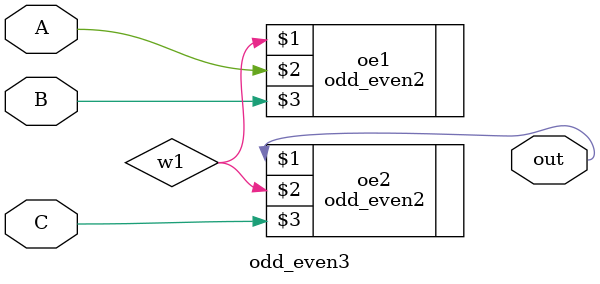
<source format=v>
module sc_block(out, A, B);
  output  out;
  input   A, B;
  // out = 1 when an odd number of input bits is 1
  // out = 0 when an even number of input bits is 1 (zero is even)
  // add your code below here

  xor x1(out, A, B);

endmodule // odd_even2

module odd_even3(out, A, B, C);
  // out = 1 when an odd number of input bits is 1
  // out = 0 when an even number of input bits is 1 (zero is even)
  // add your code below here
  output out;
  input A, B, C;

  wire w1;
  odd_even2 oe1(w1, A, B);

  odd_even2 oe2(out, w1, C);

  // DO NOT USE ANY GATES!!! FOLLOW THE SCHEMATIC SHOWN IN THE INSTRUCTIONS EXACTLY
  // USE MULTIPLE INSTANCES OF odd_even2, SEE INSTRUCTIONS FOR HOW TO DO THAT.

   
endmodule // odd_even3
</source>
